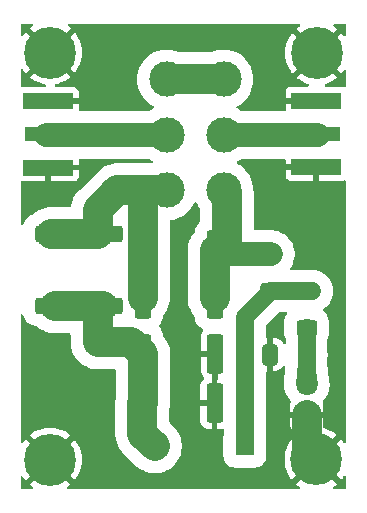
<source format=gbr>
%TF.GenerationSoftware,KiCad,Pcbnew,8.99.0-unknown-8e286d44fc~178~ubuntu22.04.1*%
%TF.CreationDate,2024-05-21T21:22:49+05:30*%
%TF.ProjectId,MiniSWR-Interface,4d696e69-5357-4522-9d49-6e7465726661,rev?*%
%TF.SameCoordinates,Original*%
%TF.FileFunction,Copper,L1,Top*%
%TF.FilePolarity,Positive*%
%FSLAX46Y46*%
G04 Gerber Fmt 4.6, Leading zero omitted, Abs format (unit mm)*
G04 Created by KiCad (PCBNEW 8.99.0-unknown-8e286d44fc~178~ubuntu22.04.1) date 2024-05-21 21:22:49*
%MOMM*%
%LPD*%
G01*
G04 APERTURE LIST*
G04 Aperture macros list*
%AMRoundRect*
0 Rectangle with rounded corners*
0 $1 Rounding radius*
0 $2 $3 $4 $5 $6 $7 $8 $9 X,Y pos of 4 corners*
0 Add a 4 corners polygon primitive as box body*
4,1,4,$2,$3,$4,$5,$6,$7,$8,$9,$2,$3,0*
0 Add four circle primitives for the rounded corners*
1,1,$1+$1,$2,$3*
1,1,$1+$1,$4,$5*
1,1,$1+$1,$6,$7*
1,1,$1+$1,$8,$9*
0 Add four rect primitives between the rounded corners*
20,1,$1+$1,$2,$3,$4,$5,0*
20,1,$1+$1,$4,$5,$6,$7,0*
20,1,$1+$1,$6,$7,$8,$9,0*
20,1,$1+$1,$8,$9,$2,$3,0*%
G04 Aperture macros list end*
%TA.AperFunction,SMDPad,CuDef*%
%ADD10RoundRect,0.250000X-0.650000X0.412500X-0.650000X-0.412500X0.650000X-0.412500X0.650000X0.412500X0*%
%TD*%
%TA.AperFunction,ComponentPad*%
%ADD11C,0.700000*%
%TD*%
%TA.AperFunction,ComponentPad*%
%ADD12C,4.400000*%
%TD*%
%TA.AperFunction,ComponentPad*%
%ADD13R,1.600000X1.600000*%
%TD*%
%TA.AperFunction,ComponentPad*%
%ADD14O,1.600000X1.600000*%
%TD*%
%TA.AperFunction,ComponentPad*%
%ADD15C,3.000000*%
%TD*%
%TA.AperFunction,SMDPad,CuDef*%
%ADD16RoundRect,0.249999X-0.450001X-1.425001X0.450001X-1.425001X0.450001X1.425001X-0.450001X1.425001X0*%
%TD*%
%TA.AperFunction,SMDPad,CuDef*%
%ADD17RoundRect,0.249999X0.450001X1.425001X-0.450001X1.425001X-0.450001X-1.425001X0.450001X-1.425001X0*%
%TD*%
%TA.AperFunction,SMDPad,CuDef*%
%ADD18RoundRect,0.249999X1.425001X-0.450001X1.425001X0.450001X-1.425001X0.450001X-1.425001X-0.450001X0*%
%TD*%
%TA.AperFunction,SMDPad,CuDef*%
%ADD19R,3.600000X1.270000*%
%TD*%
%TA.AperFunction,SMDPad,CuDef*%
%ADD20R,4.200000X1.350000*%
%TD*%
%TA.AperFunction,SMDPad,CuDef*%
%ADD21RoundRect,0.250000X0.412500X0.650000X-0.412500X0.650000X-0.412500X-0.650000X0.412500X-0.650000X0*%
%TD*%
%TA.AperFunction,ComponentPad*%
%ADD22R,1.800000X1.800000*%
%TD*%
%TA.AperFunction,ComponentPad*%
%ADD23C,1.800000*%
%TD*%
%TA.AperFunction,SMDPad,CuDef*%
%ADD24RoundRect,0.250000X0.625000X-0.400000X0.625000X0.400000X-0.625000X0.400000X-0.625000X-0.400000X0*%
%TD*%
%TA.AperFunction,ViaPad*%
%ADD25C,0.800000*%
%TD*%
%TA.AperFunction,Conductor*%
%ADD26C,1.500000*%
%TD*%
%TA.AperFunction,Conductor*%
%ADD27C,2.000000*%
%TD*%
%TA.AperFunction,Conductor*%
%ADD28C,2.540000*%
%TD*%
G04 APERTURE END LIST*
D10*
%TO.P,C1,1*%
%TO.N,Net-(SW1B-C)*%
X139330000Y-84797500D03*
%TO.P,C1,2*%
%TO.N,Net-(D1-K)*%
X139330000Y-87922500D03*
%TD*%
D11*
%TO.P,H4,1,1*%
%TO.N,GND*%
X118986726Y-102213274D03*
X119470000Y-101046548D03*
X119470000Y-103380000D03*
X120636726Y-100563274D03*
D12*
X120636726Y-102213274D03*
D11*
X120636726Y-103863274D03*
X121803452Y-101046548D03*
X121803452Y-103380000D03*
X122286726Y-102213274D03*
%TD*%
D13*
%TO.P,D1,1,K*%
%TO.N,Net-(D1-K)*%
X137133984Y-101070000D03*
D14*
%TO.P,D1,2,A*%
%TO.N,Net-(D1-A)*%
X129513984Y-101070000D03*
%TD*%
D15*
%TO.P,SW1,1,A*%
%TO.N,Net-(SW1A-A)*%
X130530000Y-70010000D03*
%TO.P,SW1,2,B*%
%TO.N,Net-(J1-In)*%
X130530000Y-74710000D03*
%TO.P,SW1,3,C*%
%TO.N,Net-(SW1A-C)*%
X130530000Y-79410000D03*
%TO.P,SW1,4,A*%
%TO.N,Net-(SW1A-A)*%
X135330000Y-70010000D03*
%TO.P,SW1,5,B*%
%TO.N,Net-(J2-In)*%
X135330000Y-74710000D03*
%TO.P,SW1,6,C*%
%TO.N,Net-(SW1B-C)*%
X135330000Y-79410000D03*
%TD*%
D16*
%TO.P,R6,1*%
%TO.N,Net-(SW1A-C)*%
X128480000Y-88570000D03*
%TO.P,R6,2*%
%TO.N,Net-(SW1B-C)*%
X134580000Y-88570000D03*
%TD*%
%TO.P,R3,1*%
%TO.N,Net-(SW1A-C)*%
X128490000Y-84470000D03*
%TO.P,R3,2*%
%TO.N,Net-(SW1B-C)*%
X134590000Y-84470000D03*
%TD*%
D17*
%TO.P,R7,1*%
%TO.N,GND*%
X134560000Y-97450000D03*
%TO.P,R7,2*%
%TO.N,Net-(D1-A)*%
X128460000Y-97450000D03*
%TD*%
D11*
%TO.P,H3,1,1*%
%TO.N,GND*%
X141540000Y-102190000D03*
X142023274Y-101023274D03*
X142023274Y-103356726D03*
X143190000Y-100540000D03*
D12*
X143190000Y-102190000D03*
D11*
X143190000Y-103840000D03*
X144356726Y-101023274D03*
X144356726Y-103356726D03*
X144840000Y-102190000D03*
%TD*%
D18*
%TO.P,R1,1*%
%TO.N,Net-(D1-A)*%
X125080000Y-89215000D03*
%TO.P,R1,2*%
%TO.N,Net-(SW1A-C)*%
X125080000Y-83115000D03*
%TD*%
D19*
%TO.P,J2,1,In*%
%TO.N,Net-(J2-In)*%
X143387500Y-74630000D03*
D20*
%TO.P,J2,2,Ext*%
%TO.N,GND*%
X143187500Y-77455000D03*
X143187500Y-71805000D03*
%TD*%
D21*
%TO.P,C2,1*%
%TO.N,Net-(LED1-A)*%
X142362500Y-93320000D03*
%TO.P,C2,2*%
%TO.N,GND*%
X139237500Y-93320000D03*
%TD*%
D11*
%TO.P,H1,1,1*%
%TO.N,GND*%
X118993274Y-67746726D03*
X119476548Y-66580000D03*
X119476548Y-68913452D03*
X120643274Y-66096726D03*
D12*
X120643274Y-67746726D03*
D11*
X120643274Y-69396726D03*
X121810000Y-66580000D03*
X121810000Y-68913452D03*
X122293274Y-67746726D03*
%TD*%
D22*
%TO.P,LED1,1,K*%
%TO.N,GND*%
X142380000Y-98390000D03*
D23*
%TO.P,LED1,2,A*%
%TO.N,Net-(LED1-A)*%
X142380000Y-95850000D03*
%TD*%
D17*
%TO.P,R2,1*%
%TO.N,GND*%
X134600000Y-93230000D03*
%TO.P,R2,2*%
%TO.N,Net-(D1-A)*%
X128500000Y-93230000D03*
%TD*%
D24*
%TO.P,R4,1*%
%TO.N,Net-(LED1-A)*%
X142350000Y-91030000D03*
%TO.P,R4,2*%
%TO.N,Net-(D1-K)*%
X142350000Y-87930000D03*
%TD*%
D19*
%TO.P,J1,1,In*%
%TO.N,Net-(J1-In)*%
X120250000Y-74650000D03*
D20*
%TO.P,J1,2,Ext*%
%TO.N,GND*%
X120450000Y-71825000D03*
X120450000Y-77475000D03*
%TD*%
D11*
%TO.P,H2,1,1*%
%TO.N,GND*%
X141570000Y-67790000D03*
X142053274Y-66623274D03*
X142053274Y-68956726D03*
X143220000Y-66140000D03*
D12*
X143220000Y-67790000D03*
D11*
X143220000Y-69440000D03*
X144386726Y-66623274D03*
X144386726Y-68956726D03*
X144870000Y-67790000D03*
%TD*%
D18*
%TO.P,R5,1*%
%TO.N,Net-(D1-A)*%
X121020000Y-89190000D03*
%TO.P,R5,2*%
%TO.N,Net-(SW1A-C)*%
X121020000Y-83090000D03*
%TD*%
D25*
%TO.N,GND*%
X118960000Y-77480000D03*
X143500000Y-77450000D03*
X126010000Y-70640000D03*
X125360000Y-100330000D03*
X125380000Y-101420000D03*
X142410000Y-83730000D03*
X142380000Y-81540000D03*
X136020000Y-67110000D03*
X123870000Y-71720000D03*
X143510000Y-83730000D03*
X120050000Y-71850000D03*
X124890000Y-67400000D03*
X119900000Y-77470000D03*
X121200000Y-71850000D03*
X124890000Y-69520000D03*
X125380000Y-103540000D03*
X144400000Y-77400000D03*
X143500000Y-82630000D03*
X143600000Y-71850000D03*
X143480000Y-81540000D03*
X123790000Y-69520000D03*
X125950000Y-67410000D03*
X138210000Y-67080000D03*
X144540000Y-81550000D03*
X141600000Y-71800000D03*
X124870000Y-66310000D03*
X126450000Y-102530000D03*
X144570000Y-83740000D03*
X124950000Y-70630000D03*
X125950000Y-69530000D03*
X125960000Y-68510000D03*
X126440000Y-103550000D03*
X144600000Y-71850000D03*
X126030000Y-71730000D03*
X118950000Y-71850000D03*
X142400000Y-84750000D03*
X124280000Y-101420000D03*
X142550000Y-77450000D03*
X124970000Y-71720000D03*
X143500000Y-84750000D03*
X123790000Y-67400000D03*
X142600000Y-71850000D03*
X139230000Y-67090000D03*
X121850000Y-77440000D03*
X124280000Y-103540000D03*
X141650000Y-77450000D03*
X144560000Y-84760000D03*
X142400000Y-82630000D03*
X124260000Y-100330000D03*
X139240000Y-66030000D03*
X144560000Y-82640000D03*
X123850000Y-70630000D03*
X125390000Y-102520000D03*
X122150000Y-71850000D03*
X120910000Y-77480000D03*
X123770000Y-66310000D03*
X124900000Y-68500000D03*
X137120000Y-66030000D03*
X123800000Y-68500000D03*
X125930000Y-66320000D03*
X124290000Y-102520000D03*
X136030000Y-66050000D03*
X138220000Y-66020000D03*
X137110000Y-67090000D03*
%TD*%
D26*
%TO.N,Net-(D1-K)*%
X137133984Y-90118516D02*
X139330000Y-87922500D01*
X139330000Y-87922500D02*
X142837500Y-87922500D01*
X137133984Y-101070000D02*
X137133984Y-90118516D01*
D27*
%TO.N,Net-(SW1B-C)*%
X135792500Y-84797500D02*
X135585000Y-84590000D01*
D28*
X135585000Y-84590000D02*
X135585000Y-79665000D01*
D27*
X139330000Y-84797500D02*
X135792500Y-84797500D01*
D28*
X135585000Y-79665000D02*
X135330000Y-79410000D01*
X134590000Y-84470000D02*
X134590000Y-88560000D01*
%TO.N,GND*%
X142380000Y-101380000D02*
X143190000Y-102190000D01*
X142380000Y-98390000D02*
X142380000Y-101380000D01*
D26*
%TO.N,Net-(LED1-A)*%
X142350000Y-91030000D02*
X142350000Y-95820000D01*
X142350000Y-91030000D02*
X142350000Y-93307500D01*
X142350000Y-93307500D02*
X142362500Y-93320000D01*
D28*
%TO.N,Net-(D1-A)*%
X124660000Y-89215000D02*
X124660000Y-92250000D01*
X128460000Y-100016016D02*
X129513984Y-101070000D01*
X128500000Y-93230000D02*
X127520000Y-92250000D01*
X127520000Y-92250000D02*
X124660000Y-92250000D01*
X125080000Y-89215000D02*
X121045000Y-89215000D01*
X128460000Y-97450000D02*
X128460000Y-100016016D01*
X128500000Y-93230000D02*
X128500000Y-97410000D01*
%TO.N,Net-(SW1A-C)*%
X126335000Y-79410000D02*
X124660000Y-81085000D01*
X128490000Y-79460000D02*
X128440000Y-79410000D01*
X130530000Y-79410000D02*
X128440000Y-79410000D01*
X124660000Y-81085000D02*
X124660000Y-83115000D01*
X128440000Y-79410000D02*
X126335000Y-79410000D01*
X124660000Y-83115000D02*
X120675000Y-83115000D01*
X128490000Y-84470000D02*
X128490000Y-88560000D01*
X128490000Y-84470000D02*
X128490000Y-79460000D01*
%TO.N,Net-(SW1A-A)*%
X130530000Y-70010000D02*
X135330000Y-70010000D01*
D27*
%TO.N,Net-(J1-In)*%
X130530000Y-74710000D02*
X120310000Y-74710000D01*
%TO.N,Net-(J2-In)*%
X135330000Y-74710000D02*
X143307500Y-74710000D01*
%TD*%
%TA.AperFunction,Conductor*%
%TO.N,GND*%
G36*
X119797693Y-102929876D02*
G01*
X119920124Y-103052307D01*
X120053988Y-103149564D01*
X118911756Y-104291796D01*
X118911756Y-104291797D01*
X119100149Y-104439392D01*
X119133217Y-104459383D01*
X119180404Y-104510911D01*
X119192243Y-104579770D01*
X119164974Y-104644099D01*
X119107256Y-104683473D01*
X119069067Y-104689500D01*
X118259500Y-104689500D01*
X118192461Y-104669815D01*
X118146706Y-104617011D01*
X118135500Y-104565500D01*
X118135500Y-103739577D01*
X118155185Y-103672538D01*
X118207989Y-103626783D01*
X118277147Y-103616839D01*
X118340703Y-103645864D01*
X118365617Y-103675428D01*
X118410603Y-103749845D01*
X118410606Y-103749849D01*
X118558202Y-103938242D01*
X119700434Y-102796010D01*
X119797693Y-102929876D01*
G37*
%TD.AperFunction*%
%TA.AperFunction,Conductor*%
G36*
X132998227Y-80407767D02*
G01*
X133042197Y-80458510D01*
X133120414Y-80624730D01*
X133279198Y-80874934D01*
X133298500Y-80941373D01*
X133298500Y-82044036D01*
X133278815Y-82111075D01*
X133262181Y-82131717D01*
X133163851Y-82230046D01*
X133163841Y-82230058D01*
X133034022Y-82417442D01*
X133034019Y-82417448D01*
X132939740Y-82625007D01*
X132884037Y-82846074D01*
X132884037Y-82846075D01*
X132878921Y-82911074D01*
X132854036Y-82976362D01*
X132853679Y-82976830D01*
X132684772Y-83196954D01*
X132684761Y-83196970D01*
X132534903Y-83456529D01*
X132534895Y-83456545D01*
X132420201Y-83733444D01*
X132342622Y-84022971D01*
X132303500Y-84320127D01*
X132303500Y-88709872D01*
X132342622Y-89007028D01*
X132420201Y-89296555D01*
X132534895Y-89573454D01*
X132534903Y-89573470D01*
X132684761Y-89833029D01*
X132684772Y-89833045D01*
X132841659Y-90037505D01*
X132866853Y-90102674D01*
X132866901Y-90103261D01*
X132874037Y-90193925D01*
X132929740Y-90414992D01*
X133024019Y-90622551D01*
X133024022Y-90622557D01*
X133153841Y-90809941D01*
X133153845Y-90809946D01*
X133153848Y-90809950D01*
X133315050Y-90971152D01*
X133315054Y-90971155D01*
X133315058Y-90971158D01*
X133342339Y-90990058D01*
X133502445Y-91100979D01*
X133539533Y-91117825D01*
X133592430Y-91163472D01*
X133612252Y-91230471D01*
X133592704Y-91297550D01*
X133575935Y-91318403D01*
X133557684Y-91336654D01*
X133557680Y-91336659D01*
X133465645Y-91485869D01*
X133465640Y-91485880D01*
X133410494Y-91652302D01*
X133400000Y-91755013D01*
X133400000Y-92980000D01*
X134726000Y-92980000D01*
X134793039Y-92999685D01*
X134838794Y-93052489D01*
X134850000Y-93104000D01*
X134850000Y-95356638D01*
X134830315Y-95423677D01*
X134813681Y-95444319D01*
X134810000Y-95448000D01*
X134810000Y-99624999D01*
X135059972Y-99624999D01*
X135059986Y-99624998D01*
X135162695Y-99614505D01*
X135204479Y-99600660D01*
X135274307Y-99598258D01*
X135334350Y-99633989D01*
X135365543Y-99696509D01*
X135367484Y-99718366D01*
X135367484Y-99935994D01*
X135362145Y-99971989D01*
X135332191Y-100070732D01*
X135322821Y-100165881D01*
X135317484Y-100220066D01*
X135317484Y-101919934D01*
X135321006Y-101955690D01*
X135332192Y-102069271D01*
X135390317Y-102260881D01*
X135484702Y-102437463D01*
X135484704Y-102437465D01*
X135484706Y-102437469D01*
X135545708Y-102511801D01*
X135611731Y-102592252D01*
X135664463Y-102635527D01*
X135766515Y-102719278D01*
X135766518Y-102719280D01*
X135766520Y-102719281D01*
X135904010Y-102792771D01*
X135943104Y-102813667D01*
X136134715Y-102871792D01*
X136284050Y-102886500D01*
X136284053Y-102886500D01*
X137983915Y-102886500D01*
X137983918Y-102886500D01*
X138133253Y-102871792D01*
X138324864Y-102813667D01*
X138501453Y-102719278D01*
X138656236Y-102592252D01*
X138783262Y-102437469D01*
X138877651Y-102260880D01*
X138935776Y-102069269D01*
X138950484Y-101919934D01*
X138950484Y-100220066D01*
X138935776Y-100070731D01*
X138910425Y-99987160D01*
X138905823Y-99971989D01*
X138900484Y-99935994D01*
X138900484Y-94843999D01*
X138920169Y-94776960D01*
X138972973Y-94731205D01*
X138977217Y-94730281D01*
X138987500Y-94719999D01*
X138987500Y-91920000D01*
X138972125Y-91904625D01*
X138957445Y-91900315D01*
X138911690Y-91847511D01*
X138900484Y-91796000D01*
X138900484Y-90901586D01*
X138920169Y-90834547D01*
X138936803Y-90813905D01*
X140025389Y-89725319D01*
X140086712Y-89691834D01*
X140113070Y-89689000D01*
X140599418Y-89689000D01*
X140666457Y-89708685D01*
X140712212Y-89761489D01*
X140722156Y-89830647D01*
X140701346Y-89883616D01*
X140619022Y-90002443D01*
X140619019Y-90002449D01*
X140524740Y-90210008D01*
X140469037Y-90431075D01*
X140458500Y-90564952D01*
X140458500Y-91495047D01*
X140464713Y-91573989D01*
X140469037Y-91628925D01*
X140524740Y-91849989D01*
X140572399Y-91954912D01*
X140583500Y-92006194D01*
X140583500Y-92334315D01*
X140563815Y-92401354D01*
X140511011Y-92447109D01*
X140441853Y-92457053D01*
X140378297Y-92428028D01*
X140341794Y-92373320D01*
X140334357Y-92350878D01*
X140334356Y-92350875D01*
X140242315Y-92201654D01*
X140118345Y-92077684D01*
X139969124Y-91985643D01*
X139969119Y-91985641D01*
X139802697Y-91930494D01*
X139802690Y-91930493D01*
X139699986Y-91920000D01*
X139487500Y-91920000D01*
X139487500Y-94719999D01*
X139699972Y-94719999D01*
X139699986Y-94719998D01*
X139802697Y-94709505D01*
X139969119Y-94654358D01*
X139969124Y-94654356D01*
X140118345Y-94562315D01*
X140242315Y-94438345D01*
X140325491Y-94303496D01*
X140377439Y-94256772D01*
X140446401Y-94245549D01*
X140510484Y-94273393D01*
X140549340Y-94331461D01*
X140554753Y-94376866D01*
X140461610Y-95769387D01*
X140461608Y-95769419D01*
X140459918Y-95802973D01*
X140459916Y-95803006D01*
X140459916Y-95803024D01*
X140459891Y-95803763D01*
X140459891Y-95803778D01*
X140459297Y-95837790D01*
X140459001Y-95844460D01*
X140458605Y-95850002D01*
X140478162Y-96123448D01*
X140536432Y-96391311D01*
X140632240Y-96648182D01*
X140763616Y-96888779D01*
X140763617Y-96888780D01*
X140763620Y-96888785D01*
X140927907Y-97108246D01*
X140988699Y-97169038D01*
X141022183Y-97230359D01*
X141017199Y-97300050D01*
X140986403Y-97382617D01*
X140986401Y-97382627D01*
X140980000Y-97442155D01*
X140980000Y-98140000D01*
X142004722Y-98140000D01*
X141960667Y-98216306D01*
X141930000Y-98330756D01*
X141930000Y-98449244D01*
X141960667Y-98563694D01*
X142004722Y-98640000D01*
X140980000Y-98640000D01*
X140980000Y-99337844D01*
X140986401Y-99397372D01*
X140986403Y-99397379D01*
X141036645Y-99532086D01*
X141036649Y-99532093D01*
X141122809Y-99647187D01*
X141122812Y-99647190D01*
X141237906Y-99733350D01*
X141237913Y-99733354D01*
X141372620Y-99783596D01*
X141372627Y-99783598D01*
X141432155Y-99789999D01*
X141432172Y-99790000D01*
X141516027Y-99790000D01*
X141583066Y-99809685D01*
X141628821Y-99862489D01*
X141638765Y-99931647D01*
X141609740Y-99995203D01*
X141592499Y-100011611D01*
X141465030Y-100111474D01*
X141465029Y-100111476D01*
X142607262Y-101253709D01*
X142473398Y-101350967D01*
X142350967Y-101473398D01*
X142253709Y-101607262D01*
X141111476Y-100465029D01*
X141111474Y-100465030D01*
X140963886Y-100653416D01*
X140963881Y-100653422D01*
X140794898Y-100932956D01*
X140794897Y-100932958D01*
X140660839Y-101230824D01*
X140660835Y-101230835D01*
X140563667Y-101542658D01*
X140504786Y-101863961D01*
X140485065Y-102190000D01*
X140504786Y-102516038D01*
X140563667Y-102837341D01*
X140660835Y-103149164D01*
X140660839Y-103149175D01*
X140794897Y-103447041D01*
X140794898Y-103447043D01*
X140963881Y-103726576D01*
X141111476Y-103914968D01*
X142253708Y-102772736D01*
X142350967Y-102906602D01*
X142473398Y-103029033D01*
X142607262Y-103126290D01*
X141465030Y-104268522D01*
X141465030Y-104268523D01*
X141653423Y-104416118D01*
X141724991Y-104459383D01*
X141772178Y-104510911D01*
X141784017Y-104579770D01*
X141756748Y-104644099D01*
X141699030Y-104683473D01*
X141660841Y-104689500D01*
X122204383Y-104689500D01*
X122137344Y-104669815D01*
X122091589Y-104617011D01*
X122081645Y-104547853D01*
X122110670Y-104484297D01*
X122140234Y-104459383D01*
X122173308Y-104439389D01*
X122173309Y-104439387D01*
X122361694Y-104291797D01*
X122361694Y-104291796D01*
X121219463Y-103149564D01*
X121353328Y-103052307D01*
X121475759Y-102929876D01*
X121573016Y-102796011D01*
X122715248Y-103938242D01*
X122715249Y-103938242D01*
X122862838Y-103749860D01*
X123031827Y-103470317D01*
X123031828Y-103470315D01*
X123165886Y-103172449D01*
X123165890Y-103172438D01*
X123263058Y-102860615D01*
X123321939Y-102539312D01*
X123341660Y-102213274D01*
X123321939Y-101887235D01*
X123263058Y-101565932D01*
X123165890Y-101254109D01*
X123165886Y-101254098D01*
X123031828Y-100956232D01*
X123031827Y-100956230D01*
X122862844Y-100676697D01*
X122715248Y-100488304D01*
X121573016Y-101630536D01*
X121475759Y-101496672D01*
X121353328Y-101374241D01*
X121219462Y-101276983D01*
X122361694Y-100134750D01*
X122173302Y-99987155D01*
X121893769Y-99818172D01*
X121893767Y-99818171D01*
X121595901Y-99684113D01*
X121595890Y-99684109D01*
X121284067Y-99586941D01*
X120962764Y-99528060D01*
X120636726Y-99508339D01*
X120310687Y-99528060D01*
X119989384Y-99586941D01*
X119677561Y-99684109D01*
X119677550Y-99684113D01*
X119379684Y-99818171D01*
X119379682Y-99818172D01*
X119100148Y-99987155D01*
X119100142Y-99987160D01*
X118911756Y-100134748D01*
X118911755Y-100134750D01*
X120053988Y-101276983D01*
X119920124Y-101374241D01*
X119797693Y-101496672D01*
X119700435Y-101630536D01*
X118558202Y-100488303D01*
X118558200Y-100488304D01*
X118410612Y-100676690D01*
X118410607Y-100676696D01*
X118365617Y-100751120D01*
X118314089Y-100798307D01*
X118245230Y-100810146D01*
X118180901Y-100782877D01*
X118141527Y-100725159D01*
X118135500Y-100686970D01*
X118135500Y-90030765D01*
X118155185Y-89963726D01*
X118207989Y-89917971D01*
X118277147Y-89908027D01*
X118340703Y-89937052D01*
X118378477Y-89995830D01*
X118379736Y-90000447D01*
X118380241Y-90002449D01*
X118394740Y-90059992D01*
X118489019Y-90267551D01*
X118489022Y-90267557D01*
X118618841Y-90454941D01*
X118618845Y-90454946D01*
X118618848Y-90454950D01*
X118780050Y-90616152D01*
X118780054Y-90616155D01*
X118780058Y-90616158D01*
X118967442Y-90745977D01*
X118967445Y-90745979D01*
X119071227Y-90793119D01*
X119175007Y-90840259D01*
X119175008Y-90840259D01*
X119175010Y-90840260D01*
X119396074Y-90895963D01*
X119454983Y-90900599D01*
X119520270Y-90925481D01*
X119532935Y-90936535D01*
X119534165Y-90937765D01*
X119534171Y-90937770D01*
X119771963Y-91120234D01*
X119771970Y-91120238D01*
X120031529Y-91270096D01*
X120031545Y-91270104D01*
X120308444Y-91384798D01*
X120308446Y-91384798D01*
X120308452Y-91384801D01*
X120597969Y-91462377D01*
X120895135Y-91501500D01*
X122249500Y-91501500D01*
X122316539Y-91521185D01*
X122362294Y-91573989D01*
X122373500Y-91625500D01*
X122373500Y-92399864D01*
X122412622Y-92697028D01*
X122412623Y-92697031D01*
X122488444Y-92980000D01*
X122490201Y-92986555D01*
X122604895Y-93263454D01*
X122604903Y-93263470D01*
X122754761Y-93523029D01*
X122754772Y-93523045D01*
X122937228Y-93760827D01*
X122937234Y-93760834D01*
X123149165Y-93972765D01*
X123149172Y-93972771D01*
X123182979Y-93998712D01*
X123386963Y-94155234D01*
X123386970Y-94155238D01*
X123646529Y-94305096D01*
X123646545Y-94305104D01*
X123923444Y-94419798D01*
X123923446Y-94419798D01*
X123923452Y-94419801D01*
X124212969Y-94497377D01*
X124510135Y-94536500D01*
X126089500Y-94536500D01*
X126156539Y-94556185D01*
X126202294Y-94608989D01*
X126213500Y-94660500D01*
X126213500Y-96988176D01*
X126212439Y-97004361D01*
X126173501Y-97300124D01*
X126173500Y-97300141D01*
X126173500Y-100165888D01*
X126195561Y-100333451D01*
X126212623Y-100463047D01*
X126290198Y-100752565D01*
X126301300Y-100779367D01*
X126357389Y-100914777D01*
X126357389Y-100914778D01*
X126404895Y-101029470D01*
X126404900Y-101029479D01*
X126492659Y-101181481D01*
X126554761Y-101289045D01*
X126554772Y-101289061D01*
X126737228Y-101526843D01*
X126737234Y-101526850D01*
X128003149Y-102792765D01*
X128003156Y-102792771D01*
X128240947Y-102975234D01*
X128500513Y-103125095D01*
X128500518Y-103125097D01*
X128500521Y-103125099D01*
X128777435Y-103239801D01*
X129066953Y-103317377D01*
X129276825Y-103345006D01*
X129364118Y-103356499D01*
X129364119Y-103356499D01*
X129663850Y-103356499D01*
X129731321Y-103347616D01*
X129961014Y-103317377D01*
X130250532Y-103239801D01*
X130527447Y-103125099D01*
X130787021Y-102975234D01*
X131024813Y-102792770D01*
X131236754Y-102580829D01*
X131419218Y-102343037D01*
X131569083Y-102083463D01*
X131683785Y-101806548D01*
X131761361Y-101517030D01*
X131800483Y-101219865D01*
X131800483Y-100920135D01*
X131761361Y-100622969D01*
X131683785Y-100333451D01*
X131569083Y-100056537D01*
X131569081Y-100056534D01*
X131569079Y-100056529D01*
X131419218Y-99796963D01*
X131236755Y-99559172D01*
X131236749Y-99559165D01*
X130782819Y-99105235D01*
X130749334Y-99043912D01*
X130746500Y-99017554D01*
X130746500Y-98924986D01*
X133360001Y-98924986D01*
X133370494Y-99027696D01*
X133370494Y-99027698D01*
X133425640Y-99194119D01*
X133425645Y-99194130D01*
X133517680Y-99343340D01*
X133517683Y-99343344D01*
X133641655Y-99467316D01*
X133641659Y-99467319D01*
X133790869Y-99559354D01*
X133790880Y-99559359D01*
X133957302Y-99614505D01*
X134060019Y-99624999D01*
X134309999Y-99624999D01*
X134310000Y-99624998D01*
X134310000Y-97700000D01*
X133360001Y-97700000D01*
X133360001Y-98924986D01*
X130746500Y-98924986D01*
X130746500Y-97871817D01*
X130747561Y-97855631D01*
X130786499Y-97559872D01*
X130786500Y-97559865D01*
X130786500Y-95975013D01*
X133360000Y-95975013D01*
X133360000Y-97200000D01*
X134310000Y-97200000D01*
X134310000Y-95323362D01*
X134329685Y-95256323D01*
X134346319Y-95235681D01*
X134350000Y-95232000D01*
X134350000Y-93480000D01*
X133400001Y-93480000D01*
X133400001Y-94704986D01*
X133410494Y-94807696D01*
X133410494Y-94807698D01*
X133465640Y-94974119D01*
X133465645Y-94974130D01*
X133557680Y-95123340D01*
X133557683Y-95123344D01*
X133670154Y-95235815D01*
X133703639Y-95297138D01*
X133698655Y-95366830D01*
X133656783Y-95422763D01*
X133647574Y-95429032D01*
X133641658Y-95432680D01*
X133517683Y-95556655D01*
X133517680Y-95556659D01*
X133425645Y-95705869D01*
X133425640Y-95705880D01*
X133370494Y-95872302D01*
X133360000Y-95975013D01*
X130786500Y-95975013D01*
X130786500Y-93080135D01*
X130747377Y-92782969D01*
X130699679Y-92604958D01*
X130669801Y-92493451D01*
X130631036Y-92399865D01*
X130620041Y-92373320D01*
X130555104Y-92216545D01*
X130555096Y-92216529D01*
X130405238Y-91956970D01*
X130405234Y-91956963D01*
X130361767Y-91900315D01*
X130236319Y-91736827D01*
X130211125Y-91671658D01*
X130211077Y-91671069D01*
X130205963Y-91606074D01*
X130150260Y-91385010D01*
X130055979Y-91177445D01*
X130016343Y-91120234D01*
X129926158Y-90990058D01*
X129926155Y-90990054D01*
X129926152Y-90990050D01*
X129913450Y-90977348D01*
X129879965Y-90916025D01*
X129884949Y-90846333D01*
X129903303Y-90814751D01*
X129902981Y-90814528D01*
X129905783Y-90810482D01*
X129905963Y-90810174D01*
X129906134Y-90809967D01*
X129906152Y-90809950D01*
X130035979Y-90622555D01*
X130130260Y-90414990D01*
X130185963Y-90193926D01*
X130190812Y-90132304D01*
X130215694Y-90067019D01*
X130215766Y-90066923D01*
X130395234Y-89833037D01*
X130545100Y-89573463D01*
X130565580Y-89524021D01*
X130659798Y-89296555D01*
X130659797Y-89296555D01*
X130659801Y-89296548D01*
X130737377Y-89007031D01*
X130776500Y-88709865D01*
X130776500Y-84320135D01*
X130776500Y-82024681D01*
X130796185Y-81957642D01*
X130848989Y-81911887D01*
X130884956Y-81901660D01*
X131002477Y-81886814D01*
X131309179Y-81808066D01*
X131452868Y-81751175D01*
X131603583Y-81691504D01*
X131603587Y-81691501D01*
X131603592Y-81691500D01*
X131881074Y-81538953D01*
X132137249Y-81352831D01*
X132368077Y-81136069D01*
X132569917Y-80892086D01*
X132739586Y-80624730D01*
X132817802Y-80458510D01*
X132864157Y-80406236D01*
X132931417Y-80387318D01*
X132998227Y-80407767D01*
G37*
%TD.AperFunction*%
%TA.AperFunction,Conductor*%
G36*
X145268522Y-103914968D02*
G01*
X145268523Y-103914968D01*
X145416111Y-103726586D01*
X145474383Y-103630194D01*
X145525911Y-103583007D01*
X145594770Y-103571168D01*
X145659099Y-103598437D01*
X145698473Y-103656155D01*
X145704500Y-103694344D01*
X145704500Y-104565500D01*
X145684815Y-104632539D01*
X145632011Y-104678294D01*
X145580500Y-104689500D01*
X144719158Y-104689500D01*
X144652119Y-104669815D01*
X144606364Y-104617011D01*
X144596420Y-104547853D01*
X144625445Y-104484297D01*
X144655008Y-104459383D01*
X144726586Y-104416112D01*
X144914968Y-104268523D01*
X144914968Y-104268522D01*
X143772737Y-103126290D01*
X143906602Y-103029033D01*
X144029033Y-102906602D01*
X144126290Y-102772736D01*
X145268522Y-103914968D01*
G37*
%TD.AperFunction*%
%TA.AperFunction,Conductor*%
G36*
X140530539Y-76746185D02*
G01*
X140576294Y-76798989D01*
X140587500Y-76850500D01*
X140587500Y-77205000D01*
X143313500Y-77205000D01*
X143380539Y-77224685D01*
X143426294Y-77277489D01*
X143437500Y-77329000D01*
X143437500Y-78630000D01*
X145335328Y-78630000D01*
X145335344Y-78629999D01*
X145394872Y-78623598D01*
X145394879Y-78623596D01*
X145537167Y-78570527D01*
X145606859Y-78565543D01*
X145668182Y-78599028D01*
X145701666Y-78660351D01*
X145704500Y-78686709D01*
X145704500Y-100685654D01*
X145684815Y-100752693D01*
X145632011Y-100798448D01*
X145562853Y-100808392D01*
X145499297Y-100779367D01*
X145474383Y-100749804D01*
X145416118Y-100653423D01*
X145268522Y-100465030D01*
X144126290Y-101607261D01*
X144029033Y-101473398D01*
X143906602Y-101350967D01*
X143772736Y-101253709D01*
X144914968Y-100111476D01*
X144726576Y-99963881D01*
X144447043Y-99794898D01*
X144447041Y-99794897D01*
X144149175Y-99660839D01*
X144149168Y-99660836D01*
X143849742Y-99567531D01*
X143791595Y-99528793D01*
X143763621Y-99464768D01*
X143770452Y-99405810D01*
X143773597Y-99397377D01*
X143773598Y-99397372D01*
X143779999Y-99337844D01*
X143780000Y-99337827D01*
X143780000Y-98640000D01*
X142755278Y-98640000D01*
X142799333Y-98563694D01*
X142830000Y-98449244D01*
X142830000Y-98330756D01*
X142799333Y-98216306D01*
X142755278Y-98140000D01*
X143780000Y-98140000D01*
X143780000Y-97442172D01*
X143779999Y-97442155D01*
X143773598Y-97382627D01*
X143773597Y-97382623D01*
X143742800Y-97300052D01*
X143737816Y-97230360D01*
X143771299Y-97169039D01*
X143832093Y-97108246D01*
X143996380Y-96888785D01*
X144127762Y-96648176D01*
X144223565Y-96391320D01*
X144281838Y-96123443D01*
X144294650Y-95944288D01*
X144294909Y-95941221D01*
X144295470Y-95935425D01*
X144295472Y-95935417D01*
X144295471Y-95935408D01*
X144295586Y-95934231D01*
X144295790Y-95928362D01*
X144301395Y-95850000D01*
X144295464Y-95767089D01*
X144295149Y-95758472D01*
X144295107Y-95735169D01*
X144288579Y-95670119D01*
X144288277Y-95666598D01*
X144281838Y-95576562D01*
X144281838Y-95576557D01*
X144278434Y-95560913D01*
X144276222Y-95546954D01*
X144117454Y-93964522D01*
X144117452Y-93964515D01*
X144117227Y-93962264D01*
X144117398Y-93962246D01*
X144116500Y-93949099D01*
X144116500Y-93538848D01*
X144117561Y-93522662D01*
X144128998Y-93435790D01*
X144128999Y-93435783D01*
X144128999Y-93204218D01*
X144117561Y-93117336D01*
X144116500Y-93101151D01*
X144116500Y-92006194D01*
X144127601Y-91954912D01*
X144175260Y-91849989D01*
X144230963Y-91628925D01*
X144241500Y-91495042D01*
X144241500Y-90564958D01*
X144230963Y-90431075D01*
X144175260Y-90210011D01*
X144167953Y-90193925D01*
X144112040Y-90070829D01*
X144080979Y-90002446D01*
X144076395Y-89995830D01*
X143963613Y-89833037D01*
X143951152Y-89815050D01*
X143789950Y-89653848D01*
X143760717Y-89633595D01*
X143716823Y-89579239D01*
X143709283Y-89509777D01*
X143740494Y-89447266D01*
X143769332Y-89424283D01*
X143821020Y-89394442D01*
X144004733Y-89253474D01*
X144168474Y-89089733D01*
X144309442Y-88906020D01*
X144425225Y-88705479D01*
X144513841Y-88491541D01*
X144573774Y-88267866D01*
X144604000Y-88038283D01*
X144604000Y-87806717D01*
X144573774Y-87577134D01*
X144513841Y-87353459D01*
X144425225Y-87139521D01*
X144425223Y-87139518D01*
X144425221Y-87139513D01*
X144309446Y-86938987D01*
X144309442Y-86938980D01*
X144222140Y-86825206D01*
X144168475Y-86755268D01*
X144168469Y-86755261D01*
X144004738Y-86591530D01*
X144004731Y-86591524D01*
X143821028Y-86450564D01*
X143821026Y-86450562D01*
X143821020Y-86450558D01*
X143821015Y-86450555D01*
X143821012Y-86450553D01*
X143620486Y-86334778D01*
X143620475Y-86334773D01*
X143406550Y-86246162D01*
X143406543Y-86246160D01*
X143406541Y-86246159D01*
X143182866Y-86186226D01*
X143144494Y-86181174D01*
X142953290Y-86156000D01*
X142953283Y-86156000D01*
X141102118Y-86156000D01*
X141035079Y-86136315D01*
X140989324Y-86083511D01*
X140979380Y-86014353D01*
X141000190Y-85961384D01*
X141085979Y-85837554D01*
X141180260Y-85629989D01*
X141197373Y-85562069D01*
X141203049Y-85544925D01*
X141243582Y-85447074D01*
X141311997Y-85191744D01*
X141346500Y-84929668D01*
X141346500Y-84665332D01*
X141311997Y-84403256D01*
X141243582Y-84147926D01*
X141203049Y-84050073D01*
X141197372Y-84032927D01*
X141180260Y-83965011D01*
X141085979Y-83757446D01*
X140956152Y-83570050D01*
X140794950Y-83408848D01*
X140794949Y-83408847D01*
X140794946Y-83408844D01*
X140790678Y-83405281D01*
X140790899Y-83405015D01*
X140781072Y-83396810D01*
X140662424Y-83278162D01*
X140662423Y-83278161D01*
X140662421Y-83278159D01*
X140452719Y-83117250D01*
X140452717Y-83117249D01*
X140452711Y-83117244D01*
X140223789Y-82985075D01*
X140223785Y-82985073D01*
X139979583Y-82883921D01*
X139979576Y-82883919D01*
X139979574Y-82883918D01*
X139724244Y-82815503D01*
X139724238Y-82815502D01*
X139724233Y-82815501D01*
X139462177Y-82781001D01*
X139462174Y-82781000D01*
X139462168Y-82781000D01*
X139462161Y-82781000D01*
X137995500Y-82781000D01*
X137928461Y-82761315D01*
X137882706Y-82708511D01*
X137871500Y-82657000D01*
X137871500Y-79515141D01*
X137871499Y-79515127D01*
X137851369Y-79362230D01*
X137846364Y-79324214D01*
X137845552Y-79315857D01*
X137831593Y-79093975D01*
X137772259Y-78782934D01*
X137674409Y-78481783D01*
X137539586Y-78195270D01*
X137528527Y-78177844D01*
X140587500Y-78177844D01*
X140593901Y-78237372D01*
X140593903Y-78237379D01*
X140644145Y-78372086D01*
X140644149Y-78372093D01*
X140730309Y-78487187D01*
X140730312Y-78487190D01*
X140845406Y-78573350D01*
X140845413Y-78573354D01*
X140980120Y-78623596D01*
X140980127Y-78623598D01*
X141039655Y-78629999D01*
X141039672Y-78630000D01*
X142937500Y-78630000D01*
X142937500Y-77705000D01*
X140587500Y-77705000D01*
X140587500Y-78177844D01*
X137528527Y-78177844D01*
X137369917Y-77927914D01*
X137168077Y-77683931D01*
X137168076Y-77683930D01*
X137168071Y-77683924D01*
X136937250Y-77467170D01*
X136937240Y-77467162D01*
X136681085Y-77281054D01*
X136681067Y-77281043D01*
X136476646Y-77168662D01*
X136427382Y-77119116D01*
X136412725Y-77050801D01*
X136437328Y-76985407D01*
X136476646Y-76951338D01*
X136681074Y-76838953D01*
X136803257Y-76750181D01*
X136869062Y-76726702D01*
X136876142Y-76726500D01*
X140463500Y-76726500D01*
X140530539Y-76746185D01*
G37*
%TD.AperFunction*%
%TA.AperFunction,Conductor*%
G36*
X129050897Y-76746185D02*
G01*
X129056734Y-76750175D01*
X129178926Y-76838953D01*
X129199930Y-76850500D01*
X129273304Y-76890838D01*
X129322568Y-76940384D01*
X129337225Y-77008699D01*
X129312622Y-77074094D01*
X129256569Y-77115805D01*
X129213567Y-77123500D01*
X126185127Y-77123500D01*
X125902272Y-77160739D01*
X125887969Y-77162623D01*
X125865431Y-77168662D01*
X125598458Y-77240196D01*
X125598454Y-77240197D01*
X125598452Y-77240198D01*
X125598445Y-77240201D01*
X125499835Y-77281047D01*
X125499834Y-77281047D01*
X125321545Y-77354895D01*
X125321529Y-77354903D01*
X125061970Y-77504761D01*
X125061954Y-77504772D01*
X124824172Y-77687228D01*
X124824165Y-77687234D01*
X123149171Y-79362230D01*
X122937233Y-79574166D01*
X122937228Y-79574172D01*
X122754772Y-79811954D01*
X122754761Y-79811970D01*
X122604903Y-80071529D01*
X122604898Y-80071540D01*
X122557389Y-80186238D01*
X122490201Y-80348441D01*
X122490198Y-80348451D01*
X122456702Y-80473463D01*
X122416171Y-80624730D01*
X122412624Y-80637966D01*
X122412622Y-80637977D01*
X122401733Y-80720686D01*
X122373466Y-80784582D01*
X122315142Y-80823053D01*
X122278794Y-80828500D01*
X120525127Y-80828500D01*
X120227971Y-80867622D01*
X119938444Y-80945201D01*
X119661545Y-81059895D01*
X119661529Y-81059903D01*
X119401970Y-81209761D01*
X119401954Y-81209772D01*
X119164176Y-81392225D01*
X119164169Y-81392231D01*
X119084009Y-81472390D01*
X119047611Y-81497607D01*
X118967444Y-81534021D01*
X118967442Y-81534022D01*
X118780058Y-81663841D01*
X118780046Y-81663851D01*
X118618851Y-81825046D01*
X118618841Y-81825058D01*
X118489022Y-82012442D01*
X118489019Y-82012448D01*
X118394739Y-82220011D01*
X118394738Y-82220014D01*
X118379741Y-82279532D01*
X118344273Y-82339730D01*
X118281890Y-82371196D01*
X118212398Y-82363940D01*
X118157861Y-82320265D01*
X118135593Y-82254039D01*
X118135500Y-82249234D01*
X118135500Y-78770126D01*
X118155185Y-78703087D01*
X118207989Y-78657332D01*
X118272760Y-78646837D01*
X118302165Y-78649999D01*
X118302172Y-78650000D01*
X120200000Y-78650000D01*
X120700000Y-78650000D01*
X122597828Y-78650000D01*
X122597844Y-78649999D01*
X122657372Y-78643598D01*
X122657379Y-78643596D01*
X122792086Y-78593354D01*
X122792093Y-78593350D01*
X122907187Y-78507190D01*
X122907190Y-78507187D01*
X122993350Y-78392093D01*
X122993354Y-78392086D01*
X123043596Y-78257379D01*
X123043598Y-78257372D01*
X123049999Y-78197844D01*
X123050000Y-78197827D01*
X123050000Y-77725000D01*
X120700000Y-77725000D01*
X120700000Y-78650000D01*
X120200000Y-78650000D01*
X120200000Y-77349000D01*
X120219685Y-77281961D01*
X120272489Y-77236206D01*
X120324000Y-77225000D01*
X123050000Y-77225000D01*
X123050000Y-76850500D01*
X123069685Y-76783461D01*
X123122489Y-76737706D01*
X123174000Y-76726500D01*
X128983858Y-76726500D01*
X129050897Y-76746185D01*
G37*
%TD.AperFunction*%
%TA.AperFunction,Conductor*%
G36*
X141757880Y-65310185D02*
G01*
X141803635Y-65362989D01*
X141813579Y-65432147D01*
X141784554Y-65495703D01*
X141754991Y-65520617D01*
X141683422Y-65563881D01*
X141683416Y-65563886D01*
X141495030Y-65711474D01*
X141495029Y-65711476D01*
X142637262Y-66853709D01*
X142503398Y-66950967D01*
X142380967Y-67073398D01*
X142283709Y-67207262D01*
X141141476Y-66065029D01*
X141141474Y-66065030D01*
X140993886Y-66253416D01*
X140993881Y-66253422D01*
X140824898Y-66532956D01*
X140824897Y-66532958D01*
X140690839Y-66830824D01*
X140690835Y-66830835D01*
X140593667Y-67142658D01*
X140534786Y-67463961D01*
X140515065Y-67790000D01*
X140534786Y-68116038D01*
X140593667Y-68437341D01*
X140690835Y-68749164D01*
X140690839Y-68749175D01*
X140824897Y-69047041D01*
X140824898Y-69047043D01*
X140993881Y-69326576D01*
X141141476Y-69514968D01*
X142283708Y-68372736D01*
X142380967Y-68506602D01*
X142503398Y-68629033D01*
X142637262Y-68726290D01*
X141495030Y-69868522D01*
X141495030Y-69868523D01*
X141683423Y-70016118D01*
X141962956Y-70185101D01*
X141962958Y-70185102D01*
X142260824Y-70319160D01*
X142260835Y-70319164D01*
X142480500Y-70387615D01*
X142538648Y-70426352D01*
X142566622Y-70490378D01*
X142555540Y-70559363D01*
X142508922Y-70611406D01*
X142443610Y-70630000D01*
X141039655Y-70630000D01*
X140980127Y-70636401D01*
X140980120Y-70636403D01*
X140845413Y-70686645D01*
X140845406Y-70686649D01*
X140730312Y-70772809D01*
X140730309Y-70772812D01*
X140644149Y-70887906D01*
X140644145Y-70887913D01*
X140593903Y-71022620D01*
X140593901Y-71022627D01*
X140587500Y-71082155D01*
X140587500Y-71555000D01*
X143313500Y-71555000D01*
X143380539Y-71574685D01*
X143426294Y-71627489D01*
X143437500Y-71679000D01*
X143437500Y-71931000D01*
X143417815Y-71998039D01*
X143365011Y-72043794D01*
X143313500Y-72055000D01*
X140587500Y-72055000D01*
X140587500Y-72527839D01*
X140590555Y-72556242D01*
X140578151Y-72625002D01*
X140530542Y-72676140D01*
X140467266Y-72693500D01*
X136876142Y-72693500D01*
X136809103Y-72673815D01*
X136803265Y-72669824D01*
X136681074Y-72581047D01*
X136476645Y-72468661D01*
X136427382Y-72419116D01*
X136412725Y-72350801D01*
X136437328Y-72285407D01*
X136476646Y-72251338D01*
X136681074Y-72138953D01*
X136937249Y-71952831D01*
X137168077Y-71736069D01*
X137369917Y-71492086D01*
X137539586Y-71224730D01*
X137674409Y-70938217D01*
X137772259Y-70637066D01*
X137831593Y-70326025D01*
X137832025Y-70319160D01*
X137851476Y-70010005D01*
X137851476Y-70009994D01*
X137831594Y-69693985D01*
X137831593Y-69693978D01*
X137831593Y-69693975D01*
X137772259Y-69382934D01*
X137674409Y-69081783D01*
X137637697Y-69003767D01*
X137618243Y-68962426D01*
X137539586Y-68795270D01*
X137434089Y-68629033D01*
X137369920Y-68527918D01*
X137294988Y-68437341D01*
X137168077Y-68283931D01*
X137168076Y-68283930D01*
X137168071Y-68283924D01*
X136937250Y-68067170D01*
X136937240Y-68067162D01*
X136681085Y-67881054D01*
X136681067Y-67881043D01*
X136403591Y-67728499D01*
X136403583Y-67728495D01*
X136109183Y-67611935D01*
X136079970Y-67604434D01*
X135802477Y-67533186D01*
X135802474Y-67533185D01*
X135802467Y-67533184D01*
X135488336Y-67493500D01*
X135488325Y-67493500D01*
X135171675Y-67493500D01*
X135171663Y-67493500D01*
X134857532Y-67533184D01*
X134857523Y-67533186D01*
X134550819Y-67611934D01*
X134381439Y-67678996D01*
X134291029Y-67714792D01*
X134245384Y-67723500D01*
X131614616Y-67723500D01*
X131568970Y-67714792D01*
X131430969Y-67660154D01*
X131309180Y-67611934D01*
X131155828Y-67572560D01*
X131002477Y-67533186D01*
X131002474Y-67533185D01*
X131002467Y-67533184D01*
X130688336Y-67493500D01*
X130688325Y-67493500D01*
X130371675Y-67493500D01*
X130371663Y-67493500D01*
X130057532Y-67533184D01*
X130057523Y-67533186D01*
X129750816Y-67611935D01*
X129456416Y-67728495D01*
X129456408Y-67728499D01*
X129178932Y-67881043D01*
X129178914Y-67881054D01*
X128922759Y-68067162D01*
X128922749Y-68067170D01*
X128691928Y-68283924D01*
X128490079Y-68527918D01*
X128320415Y-68795267D01*
X128320412Y-68795273D01*
X128185593Y-69081776D01*
X128185591Y-69081781D01*
X128087742Y-69382929D01*
X128028406Y-69693978D01*
X128028405Y-69693985D01*
X128008524Y-70009994D01*
X128008524Y-70010005D01*
X128028405Y-70326014D01*
X128028406Y-70326021D01*
X128028407Y-70326025D01*
X128072918Y-70559363D01*
X128087742Y-70637070D01*
X128185591Y-70938218D01*
X128185593Y-70938223D01*
X128320412Y-71224726D01*
X128320415Y-71224732D01*
X128490079Y-71492081D01*
X128490082Y-71492085D01*
X128490083Y-71492086D01*
X128661257Y-71699000D01*
X128691928Y-71736075D01*
X128922749Y-71952829D01*
X128922759Y-71952837D01*
X129178914Y-72138945D01*
X129178932Y-72138957D01*
X129383353Y-72251338D01*
X129432617Y-72300884D01*
X129447274Y-72369199D01*
X129422671Y-72434594D01*
X129383353Y-72468662D01*
X129178932Y-72581042D01*
X129178922Y-72581049D01*
X129123920Y-72621011D01*
X129056742Y-72669818D01*
X128990938Y-72693298D01*
X128983858Y-72693500D01*
X123172385Y-72693500D01*
X123105346Y-72673815D01*
X123059591Y-72621011D01*
X123049096Y-72556244D01*
X123049999Y-72547844D01*
X123050000Y-72547827D01*
X123050000Y-72075000D01*
X120324000Y-72075000D01*
X120256961Y-72055315D01*
X120211206Y-72002511D01*
X120200000Y-71951000D01*
X120200000Y-71699000D01*
X120219685Y-71631961D01*
X120272489Y-71586206D01*
X120324000Y-71575000D01*
X123050000Y-71575000D01*
X123050000Y-71102172D01*
X123049999Y-71102155D01*
X123043598Y-71042627D01*
X123043596Y-71042620D01*
X122993354Y-70907913D01*
X122993350Y-70907906D01*
X122907190Y-70792812D01*
X122907187Y-70792809D01*
X122792093Y-70706649D01*
X122792086Y-70706645D01*
X122657379Y-70656403D01*
X122657372Y-70656401D01*
X122597844Y-70650000D01*
X121143957Y-70650000D01*
X121076918Y-70630315D01*
X121031163Y-70577511D01*
X121021219Y-70508353D01*
X121050244Y-70444797D01*
X121109022Y-70407023D01*
X121121605Y-70404031D01*
X121290615Y-70373058D01*
X121602438Y-70275890D01*
X121602449Y-70275886D01*
X121900315Y-70141828D01*
X121900317Y-70141827D01*
X122179860Y-69972838D01*
X122368242Y-69825249D01*
X122368242Y-69825248D01*
X121226011Y-68683016D01*
X121359876Y-68585759D01*
X121482307Y-68463328D01*
X121579564Y-68329463D01*
X122721796Y-69471694D01*
X122721797Y-69471694D01*
X122869386Y-69283312D01*
X123038375Y-69003769D01*
X123038376Y-69003767D01*
X123172434Y-68705901D01*
X123172438Y-68705890D01*
X123269606Y-68394067D01*
X123328487Y-68072764D01*
X123348208Y-67746726D01*
X123328487Y-67420687D01*
X123269606Y-67099384D01*
X123172438Y-66787561D01*
X123172434Y-66787550D01*
X123038376Y-66489684D01*
X123038375Y-66489682D01*
X122869392Y-66210149D01*
X122721796Y-66021756D01*
X121579564Y-67163988D01*
X121482307Y-67030124D01*
X121359876Y-66907693D01*
X121226010Y-66810435D01*
X122368242Y-65668202D01*
X122179849Y-65520606D01*
X122176765Y-65518477D01*
X122177256Y-65517765D01*
X122132680Y-65469090D01*
X122120841Y-65400231D01*
X122148109Y-65335902D01*
X122205828Y-65296527D01*
X122244017Y-65290500D01*
X141690841Y-65290500D01*
X141757880Y-65310185D01*
G37*
%TD.AperFunction*%
%TA.AperFunction,Conductor*%
G36*
X145298522Y-69514968D02*
G01*
X145298523Y-69514968D01*
X145446113Y-69326583D01*
X145446115Y-69326582D01*
X145474383Y-69279821D01*
X145525910Y-69232633D01*
X145594770Y-69220794D01*
X145659099Y-69248062D01*
X145698473Y-69305781D01*
X145704500Y-69343970D01*
X145704500Y-70573290D01*
X145684815Y-70640329D01*
X145632011Y-70686084D01*
X145562853Y-70696028D01*
X145537168Y-70689472D01*
X145394882Y-70636403D01*
X145394872Y-70636401D01*
X145335344Y-70630000D01*
X143996390Y-70630000D01*
X143929351Y-70610315D01*
X143883596Y-70557511D01*
X143873652Y-70488353D01*
X143902677Y-70424797D01*
X143959500Y-70387615D01*
X144179164Y-70319164D01*
X144179175Y-70319160D01*
X144477041Y-70185102D01*
X144477043Y-70185101D01*
X144756586Y-70016112D01*
X144944968Y-69868523D01*
X144944968Y-69868522D01*
X143802737Y-68726290D01*
X143936602Y-68629033D01*
X144059033Y-68506602D01*
X144156290Y-68372736D01*
X145298522Y-69514968D01*
G37*
%TD.AperFunction*%
%TA.AperFunction,Conductor*%
G36*
X119804241Y-68463328D02*
G01*
X119926672Y-68585759D01*
X120060536Y-68683016D01*
X118918304Y-69825248D01*
X118918304Y-69825249D01*
X119106697Y-69972844D01*
X119386230Y-70141827D01*
X119386232Y-70141828D01*
X119684098Y-70275886D01*
X119684109Y-70275890D01*
X119995932Y-70373058D01*
X120164943Y-70404031D01*
X120227336Y-70435477D01*
X120262823Y-70495664D01*
X120260137Y-70565482D01*
X120220132Y-70622765D01*
X120155507Y-70649325D01*
X120142591Y-70650000D01*
X118302155Y-70650000D01*
X118272756Y-70653162D01*
X118203997Y-70640758D01*
X118152859Y-70593148D01*
X118135500Y-70529873D01*
X118135500Y-69262197D01*
X118155185Y-69195158D01*
X118207989Y-69149403D01*
X118277147Y-69139459D01*
X118340703Y-69168484D01*
X118365617Y-69198048D01*
X118417151Y-69283297D01*
X118417154Y-69283301D01*
X118564750Y-69471694D01*
X119706982Y-68329462D01*
X119804241Y-68463328D01*
G37*
%TD.AperFunction*%
%TA.AperFunction,Conductor*%
G36*
X145647539Y-65310185D02*
G01*
X145693294Y-65362989D01*
X145704500Y-65414500D01*
X145704500Y-66236028D01*
X145684815Y-66303067D01*
X145632011Y-66348822D01*
X145562853Y-66358766D01*
X145499297Y-66329741D01*
X145474383Y-66300178D01*
X145446118Y-66253423D01*
X145298522Y-66065030D01*
X144156290Y-67207261D01*
X144059033Y-67073398D01*
X143936602Y-66950967D01*
X143802736Y-66853709D01*
X144944968Y-65711476D01*
X144756576Y-65563881D01*
X144685009Y-65520617D01*
X144637822Y-65469089D01*
X144625983Y-65400230D01*
X144653252Y-65335901D01*
X144710970Y-65296527D01*
X144749159Y-65290500D01*
X145580500Y-65290500D01*
X145647539Y-65310185D01*
G37*
%TD.AperFunction*%
%TA.AperFunction,Conductor*%
G36*
X119109570Y-65310185D02*
G01*
X119155325Y-65362989D01*
X119165269Y-65432147D01*
X119136244Y-65495703D01*
X119109575Y-65518176D01*
X119109783Y-65518477D01*
X119106690Y-65520612D01*
X118918304Y-65668200D01*
X118918303Y-65668202D01*
X120060536Y-66810435D01*
X119926672Y-66907693D01*
X119804241Y-67030124D01*
X119706983Y-67163988D01*
X118564750Y-66021755D01*
X118564748Y-66021756D01*
X118417160Y-66210142D01*
X118417155Y-66210148D01*
X118365617Y-66295404D01*
X118314089Y-66342591D01*
X118245230Y-66354430D01*
X118180901Y-66327161D01*
X118141527Y-66269443D01*
X118135500Y-66231254D01*
X118135500Y-65414500D01*
X118155185Y-65347461D01*
X118207989Y-65301706D01*
X118259500Y-65290500D01*
X119042531Y-65290500D01*
X119109570Y-65310185D01*
G37*
%TD.AperFunction*%
%TD*%
%TA.AperFunction,Conductor*%
%TO.N,Net-(LED1-A)*%
G36*
X143097688Y-94059394D02*
G01*
X143101057Y-94066499D01*
X143278710Y-95837146D01*
X143276126Y-95845720D01*
X143268236Y-95849956D01*
X143267081Y-95850014D01*
X142380013Y-95850999D01*
X142379987Y-95850999D01*
X141492494Y-95850013D01*
X141484225Y-95846577D01*
X141480807Y-95838300D01*
X141480832Y-95837561D01*
X141599270Y-94066886D01*
X141603241Y-94058860D01*
X141610944Y-94055967D01*
X143089415Y-94055967D01*
X143097688Y-94059394D01*
G37*
%TD.AperFunction*%
%TD*%
M02*

</source>
